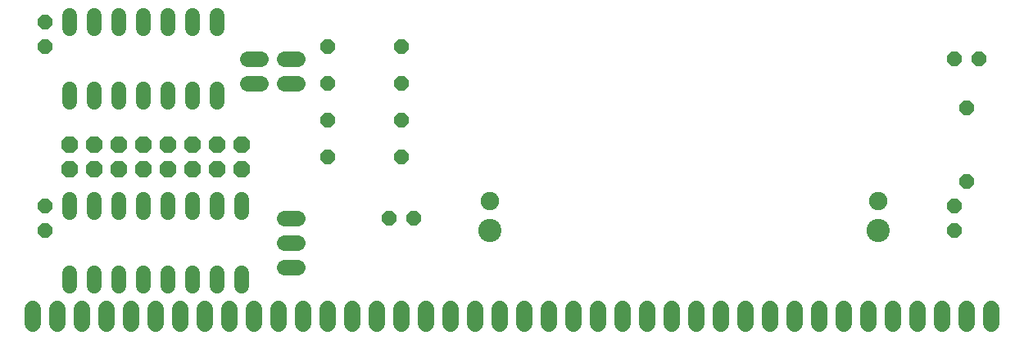
<source format=gbs>
G75*
%MOIN*%
%OFA0B0*%
%FSLAX24Y24*%
%IPPOS*%
%LPD*%
%AMOC8*
5,1,8,0,0,1.08239X$1,22.5*
%
%ADD10C,0.0680*%
%ADD11OC8,0.0600*%
%ADD12C,0.0600*%
%ADD13OC8,0.0680*%
%ADD14C,0.0640*%
%ADD15C,0.0749*%
%ADD16C,0.0946*%
D10*
X000680Y000880D02*
X000680Y001480D01*
X001680Y001480D02*
X001680Y000880D01*
X002680Y000880D02*
X002680Y001480D01*
X003680Y001480D02*
X003680Y000880D01*
X004680Y000880D02*
X004680Y001480D01*
X005680Y001480D02*
X005680Y000880D01*
X006680Y000880D02*
X006680Y001480D01*
X007680Y001480D02*
X007680Y000880D01*
X008680Y000880D02*
X008680Y001480D01*
X009680Y001480D02*
X009680Y000880D01*
X010680Y000880D02*
X010680Y001480D01*
X011680Y001480D02*
X011680Y000880D01*
X012680Y000880D02*
X012680Y001480D01*
X013680Y001480D02*
X013680Y000880D01*
X014680Y000880D02*
X014680Y001480D01*
X015680Y001480D02*
X015680Y000880D01*
X016680Y000880D02*
X016680Y001480D01*
X017680Y001480D02*
X017680Y000880D01*
X018680Y000880D02*
X018680Y001480D01*
X019680Y001480D02*
X019680Y000880D01*
X020680Y000880D02*
X020680Y001480D01*
X021680Y001480D02*
X021680Y000880D01*
X022680Y000880D02*
X022680Y001480D01*
X023680Y001480D02*
X023680Y000880D01*
X024680Y000880D02*
X024680Y001480D01*
X025680Y001480D02*
X025680Y000880D01*
X026680Y000880D02*
X026680Y001480D01*
X027680Y001480D02*
X027680Y000880D01*
X028680Y000880D02*
X028680Y001480D01*
X029680Y001480D02*
X029680Y000880D01*
X030680Y000880D02*
X030680Y001480D01*
X031680Y001480D02*
X031680Y000880D01*
X032680Y000880D02*
X032680Y001480D01*
X033680Y001480D02*
X033680Y000880D01*
X034680Y000880D02*
X034680Y001480D01*
X035680Y001480D02*
X035680Y000880D01*
X036680Y000880D02*
X036680Y001480D01*
X037680Y001480D02*
X037680Y000880D01*
X038680Y000880D02*
X038680Y001480D01*
X039680Y001480D02*
X039680Y000880D01*
D11*
X038180Y004680D03*
X038180Y005680D03*
X038680Y006680D03*
X038680Y009680D03*
X038180Y011680D03*
X039180Y011680D03*
X016180Y005180D03*
X015180Y005180D03*
X015680Y007680D03*
X012680Y007680D03*
X012680Y009180D03*
X015680Y009180D03*
X015680Y010680D03*
X012680Y010680D03*
X012680Y012180D03*
X015680Y012180D03*
X001180Y012180D03*
X001180Y013180D03*
X001180Y005680D03*
X001180Y004680D03*
D12*
X002180Y005420D02*
X002180Y005940D01*
X003180Y005940D02*
X003180Y005420D01*
X004180Y005420D02*
X004180Y005940D01*
X005180Y005940D02*
X005180Y005420D01*
X006180Y005420D02*
X006180Y005940D01*
X007180Y005940D02*
X007180Y005420D01*
X008180Y005420D02*
X008180Y005940D01*
X009180Y005940D02*
X009180Y005420D01*
X009180Y002940D02*
X009180Y002420D01*
X008180Y002420D02*
X008180Y002940D01*
X007180Y002940D02*
X007180Y002420D01*
X006180Y002420D02*
X006180Y002940D01*
X005180Y002940D02*
X005180Y002420D01*
X004180Y002420D02*
X004180Y002940D01*
X003180Y002940D02*
X003180Y002420D01*
X002180Y002420D02*
X002180Y002940D01*
X002180Y009920D02*
X002180Y010440D01*
X003180Y010440D02*
X003180Y009920D01*
X004180Y009920D02*
X004180Y010440D01*
X005180Y010440D02*
X005180Y009920D01*
X006180Y009920D02*
X006180Y010440D01*
X007180Y010440D02*
X007180Y009920D01*
X008180Y009920D02*
X008180Y010440D01*
X008180Y012920D02*
X008180Y013440D01*
X007180Y013440D02*
X007180Y012920D01*
X006180Y012920D02*
X006180Y013440D01*
X005180Y013440D02*
X005180Y012920D01*
X004180Y012920D02*
X004180Y013440D01*
X003180Y013440D02*
X003180Y012920D01*
X002180Y012920D02*
X002180Y013440D01*
D13*
X002180Y008180D03*
X003180Y008180D03*
X004180Y008180D03*
X005180Y008180D03*
X006180Y008180D03*
X007180Y008180D03*
X008180Y008180D03*
X009180Y008180D03*
X009180Y007180D03*
X008180Y007180D03*
X007180Y007180D03*
X006180Y007180D03*
X005180Y007180D03*
X004180Y007180D03*
X003180Y007180D03*
X002180Y007180D03*
D14*
X010900Y005180D02*
X011460Y005180D01*
X011460Y004180D02*
X010900Y004180D01*
X010900Y003180D02*
X011460Y003180D01*
X011460Y010680D02*
X010900Y010680D01*
X009960Y010680D02*
X009400Y010680D01*
X009400Y011680D02*
X009960Y011680D01*
X010900Y011680D02*
X011460Y011680D01*
D15*
X019274Y005861D03*
X035086Y005861D03*
D16*
X035086Y004680D03*
X019274Y004680D03*
M02*

</source>
